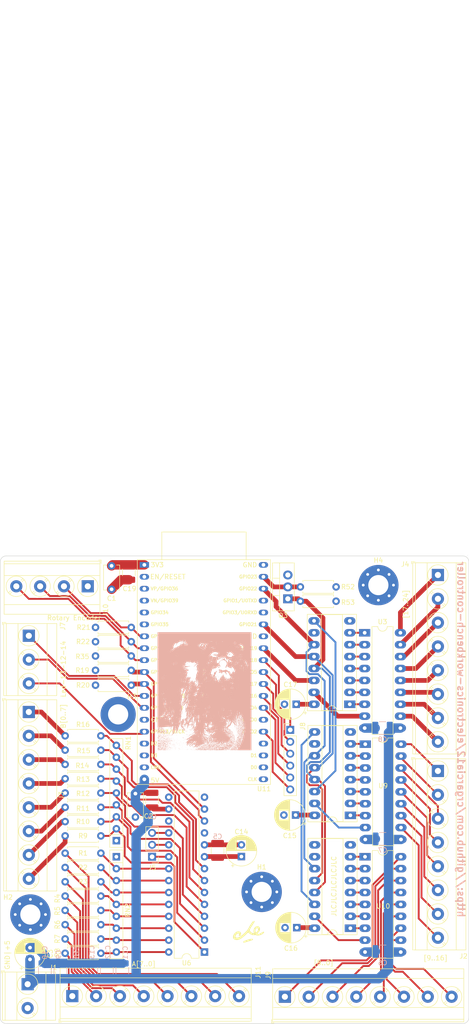
<source format=kicad_pcb>
(kicad_pcb (version 20221018) (generator pcbnew)
  (title_block (title "Workbench controller") (date "2023-05-27"))
  (layers (0 "F.Cu" signal) (1 "In1.Cu" signal) (2 "In2.Cu" signal) (31 "B.Cu" signal) (34 "B.Paste" user) (35 "F.Paste" user) (36 "B.SilkS" user "B.Silkscreen") (37 "F.SilkS" user "F.Silkscreen") (38 "B.Mask" user) (39 "F.Mask" user) (44 "Edge.Cuts" user))
  (net 0 "")
  (net 1 "+3.3V")
  (net 2 "GND")
  (net 5 "Net-(J2-Pin_1)")
  (net 6 "Net-(J2-Pin_2)")
  (net 7 "Net-(J2-Pin_3)")
  (net 8 "Net-(J2-Pin_4)")
  (net 9 "Net-(J2-Pin_5)")
  (net 10 "Net-(J2-Pin_6)")
  (net 11 "Net-(J2-Pin_7)")
  (net 12 "Net-(J2-Pin_8)")
  (net 13 "Net-(J4-Pin_1)")
  (net 14 "Net-(J4-Pin_2)")
  (net 15 "Net-(J4-Pin_3)")
  (net 16 "Net-(J4-Pin_4)")
  (net 17 "Net-(J4-Pin_5)")
  (net 18 "Net-(J4-Pin_6)")
  (net 19 "Net-(J4-Pin_7)")
  (net 20 "Net-(J4-Pin_8)")
  (net 21 "+5V")
  (net 22 "Net-(U2-QH')")
  (net 23 "Net-(J9-Pin_1)")
  (net 24 "Net-(J9-Pin_2)")
  (net 25 "Net-(J9-Pin_3)")
  (net 26 "Net-(J9-Pin_4)")
  (net 27 "Net-(J9-Pin_5)")
  (net 28 "Net-(J9-Pin_6)")
  (net 29 "Net-(J9-Pin_7)")
  (net 30 "Net-(J9-Pin_8)")
  (net 31 "/Chan2")
  (net 32 "/Chan3")
  (net 33 "/Chan4")
  (net 34 "/Chan5")
  (net 35 "/Chan6")
  (net 36 "/Chan7")
  (net 37 "/Chan8")
  (net 38 "/Chan1")
  (net 39 "/Chan18")
  (net 40 "/Chan20")
  (net 41 "/Chan21")
  (net 42 "/Chan22")
  (net 43 "/Chan23")
  (net 44 "/Chan24")
  (net 46 "Net-(U4-SER)")
  (net 47 "/Chan17")
  (net 48 "/Chan10")
  (net 49 "/Chan11")
  (net 50 "/Chan12")
  (net 51 "/Chan13")
  (net 52 "/Chan14")
  (net 53 "/Chan15")
  (net 54 "/Chan16")
  (net 55 "/Chan9")
  (net 56 "Net-(J10-Pin_3)")
  (net 57 "/Chan19")
  (net 58 "Net-(J11-Pin_1)")
  (net 59 "Net-(J11-Pin_3)")
  (net 60 "Net-(J11-Pin_4)")
  (net 61 "Net-(J11-Pin_5)")
  (net 62 "Net-(J11-Pin_6)")
  (net 63 "Net-(J11-Pin_7)")
  (net 64 "Net-(J11-Pin_8)")
  (net 65 "Net-(Q3-D)")
  (net 66 "Net-(Q3-G)")
  (net 67 "Net-(RN2-R1)")
  (net 68 "Net-(U11-GPIO19)")
  (net 81 "Net-(J11-Pin_2)")
  (net 82 "Net-(RN2-R6)")
  (net 83 "Net-(RN2-R7)")
  (net 84 "Net-(RN2-R8)")
  (net 85 "Net-(RN1-R1)")
  (net 86 "Net-(RN1-R2)")
  (net 87 "Net-(RN1-R3)")
  (net 88 "Net-(RN1-R4)")
  (net 89 "Net-(RN1-R5)")
  (net 90 "Net-(RN2-R2)")
  (net 91 "Net-(RN2-R3)")
  (net 92 "Net-(RN2-R4)")
  (net 93 "Net-(RN2-R5)")
  (net 94 "Net-(RN1-R8)")
  (net 95 "Net-(RN1-R7)")
  (net 96 "Net-(RN1-R6)")
  (net 97 "Net-(J3-Pin_8)")
  (net 98 "Net-(J3-Pin_7)")
  (net 99 "Net-(J3-Pin_6)")
  (net 100 "Net-(J3-Pin_5)")
  (net 101 "Net-(J3-Pin_4)")
  (net 102 "Net-(J3-Pin_3)")
  (net 103 "Net-(J3-Pin_2)")
  (net 104 "Net-(J3-Pin_1)")
  (net 105 "Net-(J5-Pin_1)")
  (net 106 "Net-(J5-Pin_2)")
  (net 107 "Net-(J5-Pin_3)")
  (net 108 "Net-(U11-DAC_2{slash}ADC2_CH9{slash}GPIO26)")
  (net 109 "Net-(U11-ADC2_CH7{slash}GPIO27)")
  (net 110 "Net-(J10-Pin_2)")
  (net 111 "Net-(J8-Pin_1)")
  (net 112 "Net-(J8-Pin_2)")
  (net 113 "Net-(J8-Pin_3)")
  (net 114 "Net-(J8-Pin_4)")
  (net 115 "Net-(J8-Pin_5)")
  (net 116 "Net-(J8-Pin_6)")
  (net 122 "Net-(U11-GPIO22)")
  (net 123 "Net-(U11-GPIO21)")
  (net 124 "Net-(J10-Pin_4)")
  (net 125 "Net-(J7-Pin_3)")
  (net 126 "Net-(J7-Pin_2)")
  (net 127 "Net-(J7-Pin_1)")
  (footprint "Resistor_THT:R_Axial_DIN0207_L6.3mm_D2.5mm_P7.62mm_Horizontal" (layer "F.Cu") (at 165.989 54.737 180)
    (fp_text reference "R53")
    (fp_text value "10k")
  )
  (footprint "Resistor_THT:R_Axial_DIN0207_L6.3mm_D2.5mm_P7.62mm_Horizontal" (layer "F.Cu") (at 115.824 108.458 180)
    (fp_text reference "R1")
    (fp_text value "R")
  )
  (footprint "Resistor_THT:R_Axial_DIN0207_L6.3mm_D2.5mm_P7.62mm_Horizontal" (layer "F.Cu") (at 158.369 51.689)
    (fp_text reference "R52")
    (fp_text value "10k")
  )
  (footprint "Resistor_THT:R_Axial_DIN0207_L6.3mm_D2.5mm_P7.62mm_Horizontal" (layer "F.Cu") (at 114.681 69.469)
    (fp_text reference "R19")
    (fp_text value "10kΩ")
  )
  (footprint "Package_DIP:DIP-18_W7.62mm_LongPads" (layer "F.Cu") (at 172.159 109.22)
    (fp_text reference "U10")
    (fp_text value "ULN2803A")
  )
  (footprint "Resistor_THT:R_Axial_DIN0207_L6.3mm_D2.5mm_P7.62mm_Horizontal" (layer "F.Cu") (at 115.824 111.506 180)
    (fp_text reference "R2")
    (fp_text value "R")
  )
  (footprint "Resistor_THT:R_Axial_DIN0207_L6.3mm_D2.5mm_P7.62mm_Horizontal" (layer "F.Cu") (at 114.681 72.644)
    (fp_text reference "R20")
    (fp_text value "10kΩ")
  )
  (footprint "Package_DIP:DIP-16_W7.62mm_Socket_LongPads" (layer "F.Cu") (at 169.037 124.46 180)
    (fp_text reference "U4" hide)
    (fp_text value "74HC595" hide)
  )
  (footprint "Capacitor_SMD:C_1210_3225Metric_Pad1.33x2.70mm_HandSolder" (layer "F.Cu") (at 140.716 107.8615 90)
    (fp_text reference "C5")
    (fp_text value "C")
  )
  (footprint "Capacitor_THT:CP_Radial_D6.3mm_P2.50mm" (layer "F.Cu") (at 157.607 124.333 180)
    (fp_text reference "C16")
    (fp_text value "10uF")
  )
  (footprint "Package_DIP:DIP-16_W7.62mm_Socket_LongPads" (layer "F.Cu") (at 168.91 76.708 180)
    (fp_text reference "U2" hide)
    (fp_text value "74HC595" hide)
  )
  (footprint "Package_DIP:DIP-28_W7.62mm" (layer "F.Cu") (at 137.922 129.54 180)
    (fp_text reference "U6")
    (fp_text value "MCP23017_SP")
  )
  (footprint "TerminalBlock_Phoenix:TerminalBlock_Phoenix_MKDS-3-8-5.08_1x08_P5.08mm_Horizontal" (layer "F.Cu") (at 187.706 90.932 -90)
    (fp_text reference "J2")
    (fp_text value "[9..16]")
  )
  (footprint "TerminalBlock_Phoenix:TerminalBlock_Phoenix_MKDS-3-8-5.08_1x08_P5.08mm_Horizontal" (layer "F.Cu") (at 100.457 78.359 -90)
    (fp_text reference "J3")
    (fp_text value "B[0..7]")
  )
  (footprint "MountingHole:MountingHole_4.3mm_M4_Pad_Via" (layer "F.Cu") (at 175.006 51.308)
    (fp_text reference "H4")
    (fp_text value "MountingHole")
  )
  (footprint "Connector_PinHeader_2.54mm:PinHeader_1x03_P2.54mm_Vertical" (layer "F.Cu") (at 126.746 109.22 180)
    (fp_text reference "J5")
    (fp_text value "Conn_01x03_Socket")
  )
  (footprint "Capacitor_THT:CP_Radial_D6.3mm_P2.50mm" (layer "F.Cu") (at 157.48 76.708 180)
    (fp_text reference "C17")
    (fp_text value "10uF")
  )
  (footprint "Esp:ESP32-DevKitC" (layer "F.Cu") (at 125.095 46.99)
    (fp_text reference "U11")
    (fp_text value "ESP32-DevKitC")
  )
  (footprint "MountingHole:MountingHole_4.3mm_M4_Pad_Via" (layer "F.Cu") (at 100.788 121.539)
    (fp_text reference "H2")
    (fp_text value "MountingHole")
  )
  (footprint "Resistor_THT:R_Axial_DIN0207_L6.3mm_D2.5mm_P7.62mm_Horizontal" (layer "F.Cu") (at 115.824 123.698 180)
    (fp_text reference "R6")
    (fp_text value "R")
  )
  (footprint "MountingHole:MountingHole_4.3mm_M4_DIN965_Pad" (layer "F.Cu") (at 119.507 78.867)
    (fp_text reference "H3")
    (fp_text value "MountingHole")
  )
  (footprint "Capacitor_THT:C_Disc_D5.1mm_W3.2mm_P5.00mm" (layer "F.Cu") (at 123.19 95.758 -90)
    (fp_text reference "C2")
    (fp_text value "C")
  )
  (footprint "TerminalBlock_Phoenix:TerminalBlock_Phoenix_MKDS-3-8-5.08_1x08_P5.08mm_Horizontal" (layer "F.Cu") (at 187.706 49.149 -90)
    (fp_text reference "J4")
    (fp_text value "[17..24]")
  )
  (footprint "Resistor_THT:R_Axial_DIN0207_L6.3mm_D2.5mm_P7.62mm_Horizontal" (layer "F.Cu") (at 115.824 104.775 180)
    (fp_text reference "R9")
    (fp_text value "R")
  )
  (footprint "Resistor_THT:R_Axial_DIN0207_L6.3mm_D2.5mm_P7.62mm_Horizontal" (layer "F.Cu") (at 115.824 92.583 180)
    (fp_text reference "R13")
    (fp_text value "R")
  )
  (footprint "Capacitor_SMD:C_1210_3225Metric_Pad1.33x2.70mm_HandSolder" (layer "F.Cu") (at 126.746 97.155 -90)
    (fp_text reference "C4")
    (fp_text value "C")
  )
  (footprint "Capacitor_SMD:C_1210_3225Metric_Pad1.33x2.70mm_HandSolder" (layer "F.Cu") (at 121.793 48.6025 -90)
    (fp_text reference "C19")
    (fp_text value "C")
  )
  (footprint "Resistor_THT:R_Axial_DIN0207_L6.3mm_D2.5mm_P7.62mm_Horizontal" (layer "F.Cu") (at 115.824 114.554 180)
    (fp_text reference "R3")
    (fp_text value "R")
  )
  (footprint "Resistor_THT:R_Axial_DIN0207_L6.3mm_D2.5mm_P7.62mm_Horizontal" (layer "F.Cu") (at 114.681 63.373)
    (fp_text reference "R22")
    (fp_text value "10k")
  )
  (footprint "Capacitor_THT:CP_Radial_D6.3mm_P2.50mm" (layer "F.Cu") (at 145.796 109.18 90)
    (fp_text reference "C14")
    (fp_text value "10uF")
  )
  (footprint "Resistor_THT:R_Axial_DIN0207_L6.3mm_D2.5mm_P7.62mm_Horizontal" (layer "F.Cu") (at 115.824 95.631 180)
    (fp_text reference "R12")
    (fp_text value "R")
  )
  (footprint "Package_DIP:DIP-16_W7.62mm_Socket_LongPads" (layer "F.Cu") (at 169.037 100.394 180)
    (fp_text reference "U7" hide)
    (fp_text value "74HC595" hide)
  )
  (footprint "Resistor_THT:R_Axial_DIN0207_L6.3mm_D2.5mm_P7.62mm_Horizontal" (layer "F.Cu") (at 115.824 126.746 180)
    (fp_text reference "R7")
    (fp_text value "R")
  )
  (footprint "Package_TO_SOT_THT:TO-220-3_Vertical" (layer "F.Cu") (at 155.702 54.229 90)
    (fp_text reference "Q3")
    (fp_text value "IRL520")
  )
  (footprint "TerminalBlock_Phoenix:TerminalBlock_Phoenix_MKDS-3-8-5.08_1x08_P5.08mm_Horizontal" (layer "F.Cu") (at 155.067 139.065)
    (fp_text reference "J9")
    (fp_text value "[8..0]")
  )
  (footprint "Package_DIP:DIP-18_W7.62mm_LongPads" (layer "F.Cu") (at 172.085 61.468)
    (fp_text reference "U3")
    (fp_text value "ULN2803A")
  )
  (footprint "Resistor_THT:R_Axial_DIN0207_L6.3mm_D2.5mm_P7.62mm_Horizontal" (layer "F.Cu") (at 115.824 83.439 180)
    (fp_text reference "R16")
    (fp_text value "R")
  )
  (footprint "icons:che" (layer "F.Cu") (at 147.32 125.222)
    (fp_text reference "G***" hide)
    (fp_text value "LOGO" hide)
  )
  (footprint "Resistor_THT:R_Axial_DIN0207_L6.3mm_D2.5mm_P7.62mm_Horizontal" (layer "F.Cu") (at 115.824 98.679 180)
    (fp_text reference "R11")
    (fp_text value "R")
  )
  (footprint "TerminalBlock_Phoenix:TerminalBlock_Phoenix_MKDS-3-8-5.08_1x08_P5.08mm_Horizontal" (layer "F.Cu") (at 109.728 138.938)
    (fp_text reference "J11")
    (fp_text value "A[7..0]")
  )
  (footprint "MountingHole:MountingHole_4.3mm_M4_Pad_Via" (layer "F.Cu") (at 150.1196 116.7186)
    (fp_text reference "H1")
    (fp_text value "MountingHole")
  )
  (footprint "Resistor_THT:R_Axial_DIN0207_L6.3mm_D2.5mm_P7.62mm_Horizontal" (layer "F.Cu") (at 114.681 66.421)
    (fp_text reference "R35")
    (fp_text value "10k")
  )
  (footprint "TerminalBlock_Phoenix:TerminalBlock_Phoenix_MKDS-3-3-5.08_1x03_P5.08mm_Horizontal" (layer "F.Cu") (at 100.457 62.103 -90)
    (fp_text reference "J7")
    (fp_text value "Led-13-12-14")
  )
  (footprint "Resistor_THT:R_Axial_DIN0207_L6.3mm_D2.5mm_P7.62mm_Horizontal" (layer "F.Cu") (at 115.824 117.602 180)
    (fp_text reference "R4")
    (fp_text value "R")
  )
  (footprint "Capacitor_THT:CP_Radial_D6.3mm_P2.50mm" (layer "F.Cu") (at 100.711 131.1034 90)
    (fp_text reference "C3")
    (fp_text value "10uF")
  )
  (footprint "Resistor_THT:R_Axial_DIN0207_L6.3mm_D2.5mm_P7.62mm_Horizontal" (layer "F.Cu") (at 114.681 60.325)
    (fp_text reference "R21")
    (fp_text value "10k")
  )
  (footprint "Package_DIP:DIP-18_W7.62mm_LongPads" (layer "F.Cu") (at 172.212 85.217)
    (fp_text reference "U9")
    (fp_text value "ULN2803A")
  )
  (footprint "Capacitor_THT:C_Disc_D5.1mm_W3.2mm_P5.00mm" (layer "F.Cu") (at 118.11 47.197 -90)
    (fp_text reference "C1")
    (fp_text value "C")
  )
  (footprint "Resistor_THT:R_Axial_DIN0207_L6.3mm_D2.5mm_P7.62mm_Horizontal" (layer "F.Cu") (at 115.824 101.727 180)
    (fp_text reference "R10")
    (fp_text value "R")
  )
  (footprint "Resistor_THT:R_Axial_DIN0207_L6.3mm_D2.5mm_P7.62mm_Horizontal" (layer "F.Cu") (at 115.824 120.65 180)
    (fp_text reference "R5")
    (fp_text value "R")
  )
  (footprint "TerminalBlock_Phoenix:TerminalBlock_Phoenix_MKDS-3-4-5.08_1x04_P5.08mm_Horizontal" (layer "F.Cu") (at 113.03 51.562 180)
    (fp_text reference "J10")
    (fp_text value "Rotary Encoder")
  )
  (footprint "Resistor_THT:R_Axial_DIN0207_L6.3mm_D2.5mm_P7.62mm_Horizontal" (layer "F.Cu") (at 115.824 86.487 180)
    (fp_text reference "R15")
    (fp_text value "R")
  )
  (footprint "Resistor_THT:R_Axial_DIN0207_L6.3mm_D2.5mm_P7.62mm_Horizontal" (layer "F.Cu") (at 115.824 89.535 180)
    (fp_text reference "R14")
    (fp_text value "R")
  )
  (footprint "TerminalBlock_Phoenix:TerminalBlock_Phoenix_MKDS-3-2-5.08_1x02_P5.08mm_Horizontal" (layer "F.Cu") (at 100.203 136.398 -90)
    (fp_text reference "J1")
    (fp_text value "GND|+5")
  )
  (footprint "Connector_PinHeader_2.54mm:PinHeader_1x06_P2.54mm_Vertical" (layer "F.Cu") (at 156.21 82.169)
    (fp_text reference "J8")
    (fp_text value "Conn_01x06_Socket")
  )
  (footprint "Resistor_THT:R_Array_SIP9" (layer "F.Cu") (at 119.126 105.791 90)
    (fp_text reference "RN1")
    (fp_text value "R_Network08")
  )
  (footprint "Resistor_THT:R_Array_SIP9" (layer "F.Cu") (at 119.126 109.22 -90)
    (fp_text reference "RN2")
    (fp_text value "R_Network08")
  )
  (footprint "Resistor_THT:R_Axial_DIN0207_L6.3mm_D2.5mm_P7.62mm_Horizontal" (layer "F.Cu") (at 115.824 129.794 180)
    (fp_text reference "R8")
    (fp_text value "R" hide)
  )
  (footprint "Capacitor_THT:CP_Radial_D6.3mm_P2.50mm" (layer "F.Cu") (at 157.353 100.33 180)
    (fp_text reference "C15")
    (fp_text value "10uF")
  )
  (footprint "Capacitor_SMD:C_1210_3225Metric_Pad1.33x2.70mm_HandSolder" (layer "B.Cu") (at 110.49 133.5155 90)
    (fp_text reference "C18")
    (fp_text value "C")
  )
  (footprint "Capacitor_SMD:C_1210_3225Metric_Pad1.33x2.70mm_HandSolder" (layer "B.Cu") (at 113.792 133.5155 90)
    (fp_text reference "C13")
    (fp_text value "C")
  )
  (footprint "Capacitor_SMD:C_1210_3225Metric_Pad1.33x2.70mm_HandSolder" (layer "B.Cu") (at 120.396 133.5155 90)
    (fp_text reference "C11")
    (fp_text value "C")
  )
  (footprint "Capacitor_SMD:C_1210_3225Metric_Pad1.33x2.70mm_HandSolder" (layer "B.Cu") (at 117.094 133.5155 90)
    (fp_text reference "C12")
    (fp_text value "C")
  )
  (footprint "Capacitor_SMD:C_1210_3225Metric_Pad1.33x2.70mm_HandSolder" (layer "B.Cu") (at 103.886 133.5155 90)
    (fp_text reference "C10")
    (fp_text value "C")
  )
  (footprint "icons:depsi" (layer "B.Cu") (at 137.922 73.914 180)
    (fp_text reference "G***")
    (fp_text value "LOGO" hide)
  )
  (footprint "Capacitor_SMD:C_1210_3225Metric_Pad1.33x2.70mm_HandSolder" (layer "B.Cu") (at 107.188 133.5155 90)
    (fp_text reference "C9")
    (fp_text value "C")
  )
  (footprint "Capacitor_SMD:C_1210_3225Metric_Pad1.33x2.70mm_HandSolder" (layer "B.Cu") (at 175.895 81.788)
    (fp_text reference "C8")
    (fp_text value "C")
  )
  (footprint "Capacitor_SMD:C_1210_3225Metric_Pad1.33x2.70mm_HandSolder" (layer "B.Cu") (at 175.9335 129.413)
    (fp_text reference "C6")
    (fp_text value "C")
  )
  (footprint "Capacitor_SMD:C_1210_3225Metric_Pad1.33x2.70mm_HandSolder" (layer "B.Cu") (at 175.9335 105.41)
    (fp_text reference "C7")
    (fp_text value "C")
  )
  (gr_line (start 95.631 144.78) (end 193.04 144.78) (stroke (width 0.1)) (layer "Edge.Cuts"))
  (gr_line (start 194.056 44.958) (end 194.056 44.958) (stroke (width 0.1)) (layer "Edge.Cuts"))
  (gr_arc (start 193.04 45.085) (mid 193.938026 45.456974) (end 194.31 46.355) (stroke (width 0.1)) (layer "Edge.Cuts"))
  (gr_line (start 194.31 143.51) (end 194.31 46.355) (stroke (width 0.1)) (layer "Edge.Cuts"))
  (gr_arc (start 194.31 143.51) (mid 193.938026 144.408026) (end 193.04 144.78) (stroke (width 0.1)) (layer "Edge.Cuts"))
  (gr_line (start 94.361 46.355) (end 94.361 143.51) (stroke (width 0.1)) (layer "Edge.Cuts"))
  (gr_arc (start 94.361 46.355) (mid 94.732974 45.456974) (end 95.631 45.085) (stroke (width 0.1)) (layer "Edge.Cuts"))
  (gr_arc (start 95.631 144.78) (mid 94.732974 144.408026) (end 94.361 143.51) (stroke (width 0.1)) (layer "Edge.Cuts"))
  (gr_line (start 95.631 45.085) (end 193.04 45.085) (stroke (width 0.1)) (layer "Edge.Cuts"))
  (gr_text "https://github.com/crgarcia12/electronics-workbench-controller" (at 191.77 122.301 -90) (layer "B.SilkS") (effects (font (size 1.5 1.5) (thickness 0.3) bold) (justify left bottom mirror)))
  (gr_text "JLCJLCJLCJLCJLC" (at 166.116 122.047 90) (layer "F.SilkS") (effects (font (size 1 1)) (justify left bottom)))
  (segment (start 161.353 100.33) (end 161.417 100.394) (width 1) (layer "F.Cu") (net 1))
  (segment (start 161.29 124.333) (end 161.417 124.46) (width 1) (layer "F.Cu") (net 1))
  (segment (start 137.962 109.18) (end 137.922 109.22) (width 1) (layer "F.Cu") (net 1))
  (segment (start 125.095 46.99) (end 118.317 46.99) (width 2) (layer "F.Cu") (net 1))
  (segment (start 157.48 76.708) (end 161.29 76.708) (width 1) (layer "F.Cu") (net 1))
  (segment (start 145.796 109.18) (end 137.962 109.18) (width 1) (layer "F.Cu") (net 1))
  (segment (start 157.607 124.333) (end 161.29 124.333) (width 1) (layer "F.Cu") (net 1))
  (segment (start 157.48 100.33) (end 161.353 100.33) (width 1) (layer "F.Cu") (net 1))
  (segment (start 118.317 46.99) (end 118.11 47.197) (width 2) (layer "F.Cu") (net 1))
  (segment (start 118.11 52.197) (end 120.142 50.165) (width 2) (layer "F.Cu") (net 2))
  (segment (start 120.142 50.165) (end 121.793 50.165) (width 2) (layer "F.Cu") (net 2))
  (segment (start 145.796 106.68) (end 137.922 106.68) (width 1) (layer "F.Cu") (net 2))
  (segment (start 127.088 99.06) (end 126.746 98.7175) (width 1) (layer "F.Cu") (net 2))
  (segment (start 130.302 99.06) (end 127.088 99.06) (width 1) (layer "F.Cu") (net 2))
  (segment (start 110.49 131.953) (end 107.188 131.953) (width 2) (layer "B.Cu") (net 2))
  (segment (start 100.711 128.603) (end 102.211 128.603) (width 2) (layer "B.Cu") (net 2))
  (segment (start 103.886 130.278) (end 103.886 131.953) (width 2) (layer "B.Cu") (net 2))
  (segment (start 174.244 129.54) (end 174.371 129.413) (width 2) (layer "B.Cu") (net 2))
  (segment (start 172.159 129.54) (end 174.244 129.54) (width 2) (layer "B.Cu") (net 2))
  (segment (start 120.396 131.953) (end 117.094 131.953) (width 2) (layer "B.Cu") (net 2))
  (segment (start 172.212 105.537) (end 174.244 105.537) (width 2) (layer "B.Cu") (net 2))
  (segment (start 172.085 81.788) (end 174.332 81.788) (width 2) (layer "B.Cu") (net 2))
  (segment (start 174.244 105.537) (end 174.371 105.41) (width 2) (layer "B.Cu") (net 2))
  (segment (start 117.094 131.953) (end 113.792 131.953) (width 2) (layer "B.Cu") (net 2))
  (segment (start 102.211 128.603) (end 103.886 130.278) (width 2) (layer "B.Cu") (net 2))
  (segment (start 113.792 131.953) (end 110.49 131.953) (width 2) (layer "B.Cu") (net 2))
  (segment (start 174.332 81.788) (end 174.3325 81.788) (width 0.25) (layer "B.Cu") (net 2))
  (segment (start 100.711 128.6034) (end 100.711 128.603) (width 0.25) (layer "B.Cu") (net 2))
  (segment (start 107.188 131.953) (end 103.886 131.953) (width 2) (layer "B.Cu") (net 2))
  (segment (start 179.832 85.217) (end 181.991 85.217) (width 0.4) (layer "F.Cu") (net 5))
  (segment (start 181.991 85.217) (end 187.706 90.932) (width 0.4) (layer "F.Cu") (net 5))
  (segment (start 179.832 87.757) (end 179.832 88.138) (width 0.4) (layer "F.Cu") (net 6))
  (segment (start 179.832 88.138) (end 187.706 96.012) (width 0.4) (layer "F.Cu") (net 6))
  (segment (start 179.832 90.542164) (end 187.706 98.416164) (width 0.4) (layer "F.Cu") (net 7))
  (segment (start 187.706 98.416164) (end 187.706 101.092) (width 0.4) (layer "F.Cu") (net 7))
  (segment (start 179.832 90.297) (end 179.832 90.542164) (width 0.4) (layer "F.Cu") (net 7))
  (segment (start 179.832 92.837) (end 186.006 99.011) (width 0.4) (layer "F.Cu") (net 8))
  (segment (start 186.006 99.011) (end 186.006 104.472) (width 0.4) (layer "F.Cu") (net 8))
  (segment (start 186.006 104.472) (end 187.706 106.172) (width 0.4) (layer "F.Cu") (net 8))
  (segment (start 185.406 100.951) (end 185.406 108.952) (width 0.4) (layer "F.Cu") (net 9))
  (segment (start 185.406 108.952) (end 187.706 111.252) (width 0.4) (layer "F.Cu") (net 9))
  (segment (start 179.832 95.377) (end 185.406 100.951) (width 0.4) (layer "F.Cu") (net 9))
  (segment (start 179.832 97.917) (end 184.806 102.891) (width 0.4) (layer "F.Cu") (net 10))
  (segment (start 184.806 102.891) (end 184.806 113.432) (width 0.4) (layer "F.Cu") (net 10))
  (segment (start 184.806 113.432) (end 187.706 116.332) (width 0.4) (layer "F.Cu") (net 10))
  (segment (start 184.206 104.831) (end 184.206 117.912) (width 0.4) (layer "F.Cu") (net 11))
  (segment (start 184.206 117.912) (end 187.706 121.412) (width 0.4) (layer "F.Cu") (net 11))
  (segment (start 179.832 100.457) (end 184.206 104.831) (width 0.4) (layer "F.Cu") (net 11))
  (segment (start 179.832 102.997) (end 183.606 106.771) (width 0.4) (layer "F.Cu") (net 12))
  (segment (start 183.606 122.392) (end 187.706 126.492) (width 0.4) (layer "F.Cu") (net 12))
  (segment (start 183.606 106.771) (end 183.606 122.392) (width 0.4) (layer "F.Cu") (net 12))
  (segment (start 179.705 61.468) (end 179.705 57.15) (width 1) (layer "F.Cu") (net 13))
  (segment (start 179.705 57.15) (end 187.706 49.149) (width 1) (layer "F.Cu") (net 13))
  (segment (start 179.705 64.008) (end 187.706 56.007) (width 1) (layer "F.Cu") (net 14))
  (segment (start 187.706 56.007) (end 187.706 54.229) (width 1) (layer "F.Cu") (net 14))
  (segment (start 180.467 66.548) (end 187.706 59.309) (width 1) (layer "F.Cu") (net 15))
  (segment (start 179.705 66.548) (end 180.467 66.548) (width 1) (layer "F.Cu") (net 15))
  (segment (start 179.705 69.088) (end 183.007 69.088) (width 1) (layer "F.Cu") (net 16))
  (segment (start 183.007 69.088) (end 187.706 64.389) (width 1) (layer "F.Cu") (net 16))
  (segment (start 179.705 71.628) (end 185.547 71.628) (width 1) (layer "F.Cu") (net 17))
  (segment (start 185.547 71.628) (end 187.706 69.469) (width 1) (layer "F.Cu") (net 17))
  (segment (start 179.705 74.168) (end 187.325 74.168) (width 1) (layer "F.Cu") (net 18))
  (segment (start 187.325 74.168) (end 187.706 74.549) (width 1) (layer "F.Cu") (net 18))
  (segment (start 184.785 76.708) (end 187.706 79.629) (width 1) (layer "F.Cu") (net 19))
  (segment (start 179.705 76.708) (end 184.785 76.708) (width 1) (layer "F.Cu") (net 19))
  (segment (start 182.245 79.248) (end 187.706 84.709) (width 1) (layer "F.Cu") (net 20))
  (segment (start 179.705 79.248) (end 182.245 79.248) (width 1) (layer "F.Cu") (net 20))
  (segment (start 123.356 95.5925) (end 123.19 95.758) (width 1) (layer "F.Cu") (net 21))
  (segment (start 126.746 95.5925) (end 123.356 95.5925) (width 1) (layer "F.Cu") (net 21))
  (segment (start 100.711 135.89) (end 100.203 136.398) (width 2) (layer "B.Cu") (net 21))
  (segment (start 103.886 135.078) (end 103.886 135.225) (width 0.25) (layer "B.Cu") (net 21))
  (segment (start 125.095 93.853) (end 123.19 95.758) (width 2) (layer "B.Cu") (net 21))
  (segment (start 177.4575 81.788) (end 177.4576 81.788) (width 0.25) (layer "B.Cu") (net 21))
  (segment (start 123.349 104.638) (end 123.349 135.003) (width 2) (layer "B.Cu") (net 21))
  (segment (start 177.165 105.537) (end 177.165 82.804) (width 2) (layer "B.Cu") (net 21))
  (segment (start 100.965 136.398) (end 102.138 135.225) (width 2) (layer "B.Cu") (net 21))
  (segment (start 179.832 105.537) (end 177.623 105.537) (width 2) (layer "B.Cu") (net 21))
  (segment (start 123.19 95.758) (end 123.19 97.6849) (width 2) (layer "B.Cu") (net 21))
  (segment (start 178.181 81.788) (end 179.705 81.788) (width 2) (layer "B.Cu") (net 21))
  (segment (start 100.838 136.525) (end 102.138 135.225) (width 2) (layer "B.Cu") (net 21))
  (segment (start 120.396 135.215) (end 120.396 135.078) (width 0.25) (layer "B.Cu") (net 21))
  (segment (start 177.623 105.537) (end 177.165 105.537) (width 2) (layer "B.Cu") (net 21))
  (segment (start 177.292 129.54) (end 177.165 129.667) (width 2) (layer "B.Cu") (net 21))
  (segment (start 177.165 133.143) (end 177.165 129.667) (width 2) (layer "B.Cu") (net 21))
  (segment (start 177.8193 82.1497) (end 178.181 81.788) (width 2) (layer "B.Cu") (net 21))
  (segment (start 117.1067 135.225) (end 117.094 135.2123) (width 0.25) (layer "B.Cu") (net 21))
  (segment (start 177.165 129.667) (end 177.165 105.537) (width 2) (layer "B.Cu") (net 21))
  (segment (start 177.623 105.537) (end 177.496 105.41) (width 0.25) (layer "B.Cu") (net 21))
  (segment (start 125.897 102.09) (end 123.349 104.638) (width 2) (layer "B.Cu") (net 21))
  (segment (start 177.623 129.54) (end 177.496 129.413) (width 0.25) (layer "B.Cu") (net 21))
  (segment (start 177.165 82.804) (end 177.8193 82.1497) (width 2) (layer "B.Cu") (net 21))
  (segment (start 113.8073 135.225) (end 113.792 135.2097) (width 0.25) (layer "B.Cu") (net 21))
  (segment (start 100.711 131.1034) (end 100.711 135.89) (width 2) (layer "B.Cu") (net 21))
  (segment (start 103.886 135.225) (end 107.188 135.225) (width 2) (layer "B.Cu") (net 21))
  (segment (start 117.094 135.2123) (end 117.094 135.078) (width 0.25) (layer "B.Cu") (net 21))
  (segment (start 120.406 135.225) (end 123.571 135.225) (width 2) (layer "B.Cu") (net 21))
  (segment (start 120.406 135.225) (end 120.396 135.215) (width 0.25) (layer "B.Cu") (net 21))
  (segment (start 107.188 135.078) (end 107.188 135.225) (width 0.25) (layer "B.Cu") (net 21))
  (segment (start 177.4576 81.788) (end 177.8193 82.1497) (width 0.25) (layer "B.Cu") (net 21))
  (segment (start 177.623 129.54) (end 177.292 129.54) (width 2) (layer "B.Cu") (net 21))
  (segment (start 102.138 135.225) (end 103.886 135.225) (width 2) (layer "B.Cu") (net 21))
  (segment (start 125.897 100.392) (end 125.897 102.09) (width 2) (layer "B.Cu") (net 21))
  (segment (start 113.792 135.2097) (end 113.792 135.078) (width 0.25) (layer "B.Cu") (net 21))
  (segment (start 125.095 92.71) (end 125.095 93.853) (width 2) (layer "B.Cu") (net 21))
  (segment (start 107.188 135.225) (end 110.5028 135.225) (width 2) (layer "B.Cu") (net 21))
  (segment (start 179.779 129.54) (end 177.623 129.54) (width 2) (layer "B.Cu") (net 21))
  (segment (start 110.49 135.2122) (end 110.49 135.078) (width 0.25) (layer "B.Cu") (net 21))
  (segment (start 123.571 135.225) (end 175.083 135.225) (width 2) (layer "B.Cu") (net 21))
  (segment (start 110.5028 135.225) (end 110.49 135.2122) (width 0.25) (layer "B.Cu") (net 21))
  (segment (start 110.5028 135.225) (end 113.8073 135.225) (width 2) (layer "B.Cu") (net 21))
  (segment (start 100.711 136.398) (end 100.838 136.525) (width 2) (layer "B.Cu") (net 21))
  (segment (start 123.349 135.003) (end 123.571 135.225) (width 2) (layer "B.Cu") (net 21))
  (segment (start 113.8073 135.225) (end 117.1067 135.225) (width 2) (layer "B.Cu") (net 21))
  (segment (start 100.203 136.398) (end 100.965 136.398) (width 2) (layer "B.Cu") (net 21))
  (segment (start 175.083 135.225) (end 177.165 133.143) (width 2) (layer "B.Cu") (net 21))
  (segment (start 123.19 97.6849) (end 125.897 100.392) (width 2) (layer "B.Cu") (net 21))
  (segment (start 117.1067 135.225) (end 120.406 135.225) (width 2) (layer "B.Cu") (net 21))
  (segment (start 100.711 131.1034) (end 100.711 136.398) (width 2) (layer "B.Cu") (net 21))
  (segment (start 165.862 63.5) (end 165.862 90.869) (width 0.4) (layer "B.Cu") (net 22))
  (segment (start 161.29 58.928) (end 165.862 63.5) (width 0.4) (layer "B.Cu") (net 22))
  (segment (start 165.862 90.869) (end 161.417 95.314) (width 0.4) (layer "B.Cu") (net 22))
  (segment (start 162.814 131.318) (end 172.478056 131.318) (width 0.4) (layer "F.Cu") (net 23))
  (segment (start 172.478056 131.318) (end 173.759 130.037056) (width 0.4) (layer "F.Cu") (net 23))
  (segment (start 155.067 139.065) (end 162.814 131.318) (width 0.4) (layer "F.Cu") (net 23))
  (segment (start 173.759 130.037056) (end 173.759 115.24) (width 0.4) (layer "F.Cu") (net 23))
  (segment (start 173.759 115.24) (end 179.779 109.22) (width 0.4) (layer "F.Cu") (net 23))
  (segment (start 174.359 115.488528) (end 178.087528 111.76) (width 0.4) (layer "F.Cu") (net 24))
  (segment (start 172.726584 131.918) (end 174.359 130.285584) (width 0.4) (layer "F.Cu") (net 24))
  (segment (start 160.147 139.065) (end 167.294 131.918) (width 0.4) (layer "F.Cu") (net 24))
  (segment (start 178.087528 111.76) (end 179.779 111.76) (width 0.4) (layer "F.Cu") (net 24))
  (segment (start 174.359 130.285584) (end 174.359 115.488528) (width 0.4) (layer "F.Cu") (net 24))
  (segment (start 167.294 131.918) (end 172.726584 131.918) (width 0.4) (layer "F.Cu") (net 24))
  (segment (start 172.975112 132.518) (end 174.959 130.534112) (width 0.4) (layer "F.Cu") (net 25))
  (segment (start 165.227 139.065) (end 171.774 132.518) (width 0.4) (layer "F.Cu") (net 25))
  (segment (start 171.774 132.518) (end 172.975112 132.518) (width 0.4) (layer "F.Cu") (net 25))
  (segment (start 177.038 114.3) (end 179.779 114.3) (width 0.4) (layer "F.Cu") (net 25))
  (segment (start 174.959 130.534112) (end 174.959 116.379) (width 0.4) (layer "F.Cu") (net 25))
  (segment (start 174.959 116.379) (end 177.038 114.3) (width 0.4) (layer "F.Cu") (net 25))
  (segment (start 175.559 133.813) (end 175.559 118.7) (width 0.4) (layer "F.Cu") (net 26))
  (segment (start 177.419 116.84) (end 179.779 116.84) (width 0.4) (layer "F.Cu") (net 26))
  (segment (start 170.307 139.065) (end 175.559 133.813) (width 0.4) (layer "F.Cu") (net 26))
  (segment (start 175.559 118.7) (end 177.419 116.84) (width 0.4) (layer "F.Cu") (net 26))
  (segment (start 178.064 119.38) (end 176.159 121.285) (width 0.4) (layer "F.Cu") (net 27))
  (segment (start 176.159 138.293) (end 176.159 121.285) (width 0.4) (layer "F.Cu") (net 27))
  (segment (start 175.387 139.065) (end 176.159 138.293) (width 0.4) (layer "F.Cu") (net 27))
  (segment (start 179.779 119.38) (end 178.064 119.38) (width 0.4) (layer "F.Cu") (net 27))
  (segment (start 176.759 123.469) (end 178.308 121.92) (width 0.4) (layer "F.Cu") (net 28))
  (segment (start 180.467 139.065) (end 176.759 135.357) (width 0.4) (layer "F.Cu") (net 28))
  (segment (start 178.308 121.92) (end 179.779 121.92) (width 0.4) (layer "F.Cu") (net 28))
  (segment (start 176.759 135.357) (end 176.759 123.469) (width 0.4) (layer "F.Cu") (net 28))
  (segment (start 177.359 126.88) (end 179.779 124.46) (width 0.4) (layer "F.Cu") (net 29))
  (segment (start 185.547 139.065) (end 180.213 133.731) (width 0.4) (layer "F.Cu") (net 29))
  (segment (start 180.213 133.731) (end 178.562 133.731) (width 0.4) (layer "F.Cu") (net 29))
  (segment (start 178.562 133.731) (end 177.359 132.528) (width 0.4) (layer "F.Cu") (net 29))
  (segment (start 177.359 132.528) (end 177.359 126.88) (width 0.4) (layer "F.Cu") (net 29))
  (segment (start 179.779 127) (end 178.179 127) (width 0.4) (layer "F.Cu") (net 30))
  (segment (start 177.959 127.22) (end 177.959 132.279472) (width 0.4) (layer "F.Cu") (net 30))
  (segment (start 184.693 133.131) (end 190.627 139.065) (width 0.4) (layer "F.Cu") (net 30))
  (segment (start 177.959 132.279472) (end 178.810528 133.131) (width 0.4) (layer "F.Cu") (net 30))
  (segment (start 178.810528 133.131) (end 184.693 133.131) (width 0.4) (layer "F.Cu") (net 30))
  (segment (start 178.179 127) (end 177.959 127.22) (width 0.4) (layer "F.Cu") (net 30))
  (segment (start 168.91 76.708) (end 172.085 76.708) (width 0.4) (layer "F.Cu") (net 31))
  (segment (start 168.91 74.168) (end 172.085 74.168) (width 0.4) (layer "F.Cu") (net 32))
  (segment (start 168.91 71.628) (end 172.085 71.628) (width 0.4) (layer "F.Cu") (net 33))
  (segment (start 168.91 69.088) (end 172.085 69.088) (width 0.4) (layer "F.Cu") (net 34))
  (segment (start 168.91 66.548) (end 172.085 66.548) (width 0.4) (layer "F.Cu") (net 35))
  (segment (start 168.91 64.008) (end 172.085 64.008) (width 0.4) (layer "F.Cu") (net 36))
  (segment (start 168.91 61.468) (end 172.085 61.468) (width 0.4) (layer "F.Cu") (net 37))
  (segment (start 166.37 79.248) (end 161.29 74.168) (width 1) (layer "F.Cu") (net 38))
  (segment (start 172.085 79.248) (end 166.37 79.248) (width 1) (layer "F.Cu") (net 38))
  (segment (start 169.037 124.46) (end 172.159 124.46) (width 0.4) (layer "F.Cu") (net 39))
  (segment (start 169.037 119.38) (end 172.159 119.38) (width 0.4) (layer "F.Cu") (net 40))
  (segment (start 169.037 116.84) (end 172.159 116.84) (width 0.4) (layer "F.Cu") (net 41))
  (segment (start 169.037 114.3) (end 172.159 114.3) (width 0.4) (layer "F.Cu") (net 42))
  (segment (start 169.037 111.76) (end 172.159 111.76) (width 0.4) (layer "F.Cu") (net 43))
  (segment (start 169.037 109.22) (end 172.159 109.22) (width 0.4) (layer "F.Cu") (net 44))
  (segment (start 158.617 116.58) (end 161.417 119.38) (width 0.4) (layer "B.Cu") (net 46))
  (segment (start 158.617 85.414) (end 158.617 116.58) (width 0.4) (layer "B.Cu") (net 46))
  (segment (start 161.417 82.614) (end 158.617 85.414) (width 0.4) (layer "B.Cu") (net 46))
  (segment (start 172.159 127) (end 166.497 127) (width 0.4) (layer "F.Cu") (net 47))
  (segment (start 166.497 127) (end 161.417 121.92) (width 0.4) (layer "F.Cu") (net 47))
  (segment (start 169.037 100.394) (end 172.149 100.394) (width 0.4) (layer "F.Cu") (net 48))
  (segment (start 172.149 100.394) (end 172.212 100.457) (width 0.4) (layer "F.Cu") (net 48))
  (segment (start 169.037 97.854) (end 172.149 97.854) (width 0.4) (layer "F.Cu") (net 49))
  (segment (start 172.149 97.854) (end 172.212 97.917) (width 0.4) (layer "F.Cu") (net 49))
  (segment (start 172.149 95.314) (end 172.212 95.377) (width 0.4) (layer "F.Cu") (net 50))
  (segment (start 169.037 95.314) (end 172.149 95.314) (width 0.4) (layer "F.Cu") (net 50))
  (segment (start 172.149 92.774) (end 172.212 92.837) (width 0.4) (layer "F.Cu") (net 51))
  (segment (start 169.037 92.774) (end 172.149 92.774) (width 0.4) (layer "F.Cu") (net 51))
  (segment (start 172.149 90.234) (end 172.212 90.297) (width 0.4) (layer "F.Cu") (net 52))
  (segment (start 169.037 90.234) (end 172.149 90.234) (width 0.4) (layer "F.Cu") (net 52))
  (segment (start 169.037 87.694) (end 172.149 87.694) (width 0.4) (layer "F.Cu") (net 53))
  (segment (start 172.149 87.694) (end 172.212 87.757) (width 0.4) (layer "F.Cu") (net 53))
  (segment (start 172.149 85.154) (end 172.212 85.217) (width 0.4) (layer "F.Cu") (net 54))
  (segment (start 169.037 85.154) (end 172.149 85.154) (width 0.4) (layer "F.Cu") (net 54))
  (segment (start 161.417 97.854) (end 166.56 102.997) (width 0.4) (layer "B.Cu") (net 55))
  (segment (start 166.56 102.997) (end 172.212 102.997) (width 0.4) (layer "B.Cu") (net 55))
  (segment (start 123.698 64.77) (end 122.301 63.373) (width 0.4) (layer "F.Cu") (net 56))
  (segment (start 102.87 51.562) (end 104.945264 53.637264) (width 0.4) (layer "F.Cu") (net 56))
  (segment (start 104.945264 53.637264) (end 109.176736 53.637264) (width 0.4) (layer "F.Cu") (net 56))
  (segment (start 113.416472 57.877) (end 116.805 57.877) (width 0.4) (layer "F.Cu") (net 56))
  (segment (start 125.095 64.77) (end 123.698 64.77) (width 0.4) (layer "F.Cu") (net 56))
  (segment (start 116.805 57.877) (end 122.301 63.373) (width 0.4) (layer "F.Cu") (net 56))
  (segment (start 109.176736 53.637264) (end 113.416472 57.877) (width 0.4) (layer "F.Cu") (net 56))
  (segment (start 169.037 121.92) (end 172.159 121.92) (width 0.4) (layer "F.Cu") (net 57))
  (segment (start 108.204 129.794) (end 109.001 130.591) (width 0.4) (layer "F.Cu") (net 58))
  (segment (start 109.001 130.591) (end 109.001 138.211) (width 0.4) (layer "F.Cu") (net 58))
  (segment (start 109.001 138.211) (end 109.728 138.938) (width 0.4) (layer "F.Cu") (net 58))
  (segment (start 113.968 137.238) (end 118.188 137.238) (width 0.4) (layer "F.Cu") (net 59))
  (segment (start 110.201 133.482) (end 113.962 137.244) (width 0.4) (layer "F.Cu") (net 59))
  (segment (start 113.962 137.244) (end 113.968 137.238) (width 0.4) (layer "F.Cu") (net 59))
  (segment (start 118.188 137.238) (end 119.888 138.938) (width 0.4) (layer "F.Cu") (net 59))
  (segment (start 108.204 123.698) (end 110.201 125.695) (width 0.4) (layer "F.Cu") (net 59))
  (segment (start 110.201 125.695) (end 110.201 133.482) (width 0.4) (layer "F.Cu") (net 59))
  (segment (start 108.204 120.65) (end 110.801 123.247) (width 0.4) (layer "F.Cu") (net 60))
  (segment (start 110.801 133.234) (end 114.205 136.638) (width 0.4) (layer "F.Cu") (net 60))
  (segment (start 114.205 136.638) (end 122.668 136.638) (width 0.4) (layer "F.Cu") (net 60))
  (segment (start 122.668 136.638) (end 124.968 138.938) (width 0.4) (layer "F.Cu") (net 60))
  (segment (start 110.801 123.247) (end 110.801 133.234) (width 0.4) (layer "F.Cu") (net 60))
  (segment (start 108.204 117.602) (end 111.401 120.799) (width 0.4) (layer "F.Cu") (net 61))
  (segment (start 111.401 132.985) (end 114.454 136.038) (width 0.4) (layer "F.Cu") (net 61))
  (segment (start 111.401 120.799) (end 111.401 132.985) (width 0.4) (layer "F.Cu") (net 61))
  (segment (start 127.148 136.038) (end 130.048 138.938) (width 0.4) (layer "F.Cu") (net 61))
  (segment (start 114.454 136.038) (end 127.148 136.038) (width 0.4) (layer "F.Cu") (net 61))
  (segment (start 114.702 135.438) (end 131.628 135.438) (width 0.4) (layer "F.Cu") (net 62))
  (segment (start 112.001 118.351) (end 112.001 132.737) (width 0.4) (layer "F.Cu") (net 62))
  (segment (start 108.204 114.554) (end 112.001 118.351) (width 0.4) (layer "F.Cu") (net 62))
  (segment (start 131.628 135.438) (end 135.128 138.938) (width 0.4) (layer "F.Cu") (net 62))
  (segment (start 112.001 132.737) (end 114.702 135.438) (width 0.4) (layer "F.Cu") (net 62))
  (segment (start 108.204 111.506) (end 112.601 115.903) (width 0.4) (layer "F.Cu") (net 63))
  (segment (start 112.601 132.488) (end 114.93 134.817) (width 0.4) (layer "F.Cu") (net 63))
  (segment (start 114.93 134.817) (end 136.087 134.817) (width 0.4) (layer "F.Cu") (net 63))
  (segment (start 136.087 134.817) (end 140.208 138.938) (width 0.4) (layer "F.Cu") (net 63))
  (segment (start 112.601 115.903) (end 112.601 132.488) (width 0.4) (layer "F.Cu") (net 63))
  (segment (start 113.201 113.455) (end 108.204 108.458) (width 0.4) (layer "F.Cu") (net 64))
  (segment (start 113.201 132.24) (end 113.201 113.455) (width 0.4) (layer "F.Cu") (net 64))
  (segment (start 140.567 134.217) (end 115.178 134.217) (width 0.4) (layer "F.Cu") (net 64))
  (segment (start 115.178 134.217) (end 113.201 132.24) (width 0.4) (layer "F.Cu") (net 64))
  (segment (start 145.288 138.938) (end 140.567 134.217) (width 0.4) (layer "F.Cu") (net 64))
  (segment (start 163.617 94.174) (end 163.617 114.64) (width 0.4) (layer "F.Cu") (net 65))
  (segment (start 159.62737 54.737) (end 163.19 58.29963) (width 1) (layer "F.Cu") (net 65))
  (segment (start 163.19 58.29963) (end 163.19 67.188) (width 1) (layer "F.Cu") (net 65))
  (segment (start 158.496 54.737) (end 159.62737 54.737) (width 1) (layer "F.Cu") (net 65))
  (segment (start 155.702 54.229) (end 157.988 54.229) (width 1) (layer "F.Cu") (net 65))
  (segment (start 157.988 54.229) (end 158.496 54.737) (width 1) (layer "F.Cu") (net 65))
  (segment (start 155.702 54.229) (end 157.861 54.229) (width 1) (layer "F.Cu") (net 65))
  (segment (start 161.417 92.774) (end 162.217 92.774) (width 0.4) (layer "F.Cu") (net 65))
  (segment (start 159.62737 54.737) (end 158.369 54.737) (width 1) (layer "F.Cu") (net 65))
  (segment (start 157.861 54.229) (end 158.369 54.737) (width 1) (layer "F.Cu") (net 65))
  (segment (start 162.217 92.774) (end 163.617 94.174) (width 0.4) (layer "F.Cu") (net 65))
  (segment (start 163.617 114.64) (end 161.417 116.84) (width 0.4) (layer "F.Cu") (net 65))
  (segment (start 163.19 67.188) (end 161.29 69.088) (width 1) (layer "F.Cu") (net 65))
  (segment (start 159.817 89.736944) (end 159.817 91.174) (width 0.4) (layer "B.Cu") (net 65))
  (segment (start 162.575472 89.027) (end 160.526944 89.027) (width 0.4) (layer "B.Cu") (net 65))
  (segment (start 161.29 69.088) (end 162.981472 69.088) (width 0.4) (layer "B.Cu") (net 65))
  (segment (start 159.817 91.174) (end 161.417 92.774) (width 0.4) (layer "B.Cu") (net 65))
  (segment (start 160.526944 89.027) (end 159.817 89.736944) (width 0.4) (layer "B.Cu") (net 65))
  (segment (start 164.662 70.768528) (end 164.662 86.940472) (width 0.4) (layer "B.Cu") (net 65))
  (segment (start 164.662 86.940472) (end 162.575472 89.027) (width 0.4) (layer "B.Cu") (net 65))
  (segment (start 162.981472 69.088) (end 164.662 70.768528) (width 0.4) (layer "B.Cu") (net 65))
  (segment (start 150.495 49.53) (end 152.654 51.689) (width 1) (layer "F.Cu") (net 66))
  (segment (start 152.654 51.689) (end 158.369 51.689) (width 1) (layer "F.Cu") (net 66))
  (segment (start 119.126 111.76) (end 130.302 111.76) (width 0.4) (layer "F.Cu") (net 67))
  (segment (start 115.824 108.458) (end 119.126 111.76) (width 0.4) (layer "F.Cu") (net 67))
  (segment (start 157.353 71.628) (end 150.495 64.77) (width 1) (layer "F.Cu") (net 68))
  (segment (start 161.29 71.628) (end 157.353 71.628) (width 1) (layer "F.Cu") (net 68))
  (segment (start 108.204 126.746) (end 109.601 128.143) (width 0.4) (layer "F.Cu") (net 81))
  (segment (start 109.601 128.143) (end 109.601 133.731) (width 0.4) (layer "F.Cu") (net 81))
  (segment (start 109.601 133.731) (end 114.808 138.938) (width 0.4) (layer "F.Cu") (net 81))
  (segment (start 118.364 123.698) (end 119.126 124.46) (width 0.4) (layer "F.Cu") (net 82))
  (segment (start 119.126 124.46) (end 130.302 124.46) (width 0.4) (layer "F.Cu") (net 82))
  (segment (start 115.824 123.698) (end 118.364 123.698) (width 0.4) (layer "F.Cu") (net 82))
  (segment (start 115.824 126.746) (end 118.872 126.746) (width 0.4) (layer "F.Cu") (net 83))
  (segment (start 119.126 127) (end 130.302 127) (width 0.4) (layer "F.Cu") (net 83))
  (segment (start 118.872 126.746) (end 119.126 127) (width 0.4) (layer "F.Cu") (net 83))
  (segment (start 118.872 129.794) (end 119.126 129.54) (width 0.4) (layer "F.Cu") (net 84))
  (segment (start 115.824 129.794) (end 118.872 129.794) (width 0.4) (layer "F.Cu") (net 84))
  (segment (start 119.126 129.54) (end 130.302 129.54) (width 0.4) (layer "F.Cu") (net 84))
  (segment (start 115.824 104.775) (end 117.602 104.775) (width 0.4) (layer "F.Cu") (net 85))
  (segment (start 131.502 111.263) (end 130.729 110.49) (width 0.4) (layer "F.Cu") (net 85))
  (segment (start 137.922 129.54) (end 131.502 123.12) (width 0.4) (layer "F.Cu") (net 85))
  (segment (start 130.729 110.49) (end 122.301 110.49) (width 0.4) (layer "F.Cu") (net 85))
  (segment (start 120.904 109.093) (end 120.904 105.029) (width 0.4) (layer "F.Cu") (net 85))
  (segment (start 120.904 105.029) (end 119.126 103.251) (width 0.4) (layer "F.Cu") (net 85))
  (segment (start 117.602 104.775) (end 119.126 103.251) (width 0.4) (layer "F.Cu") (net 85))
  (segment (start 131.502 123.12) (end 131.502 111.263) (width 0.4) (layer "F.Cu") (net 85))
  (segment (start 122.301 110.49) (end 120.904 109.093) (width 0.4) (layer "F.Cu") (net 85))
  (segment (start 119.126 100.711) (end 121.539 103.124) (width 0.4) (layer "F.Cu") (net 86))
  (segment (start 121.539 103.124) (end 121.539 107.061) (width 0.4) (layer "F.Cu") (net 86))
  (segment (start 118.11 101.727) (end 119.126 100.711) (width 0.4) (layer "F.Cu") (net 86))
  (segment (start 132.102 109.323) (end 132.102 121.18) (width 0.4) (layer "F.Cu") (net 86))
  (segment (start 130.709 107.93) (end 132.102 109.323) (width 0.4) (layer "F.Cu") (net 86))
  (segment (start 132.102 121.18) (end 137.922 127) (width 0.4) (layer "F.Cu") (net 86))
  (segment (start 121.539 107.061) (end 122.408 107.93) (width 0.4) (layer "F.Cu") (net 86))
  (segment (start 122.408 107.93) (end 130.709 107.93) (width 0.4) (layer "F.Cu") (net 86))
  (segment (start 115.824 101.727) (end 118.11 101.727) (width 0.4) (layer "F.Cu") (net 86))
  (segment (start 118.618 98.679) (end 119.126 98.171) (width 0.4) (layer "F.Cu") (net 87))
  (segment (start 137.922 124.46) (end 132.702 119.24) (width 0.4) (layer "F.Cu") (net 87))
  (segment (start 115.824 98.679) (end 118.618 98.679) (width 0.4) (layer "F.Cu") (net 87))
  (segment (start 130.729 105.41) (end 123.317 105.41) (width 0.4) (layer "F.Cu") (net 87))
  (segment (start 132.702 119.24) (end 132.702 107.383) (width 0.4) (layer "F.Cu") (net 87))
  (segment (start 132.702 107.383) (end 130.729 105.41) (width 0.4) (layer "F.Cu") (net 87))
  (segment (start 120.396 101.092) (end 120.396 99.441) (width 0.4) (layer "F.Cu") (net 87))
  (segment (start 123.317 105.41) (end 122.139 104.232) (width 0.4) (layer "F.Cu") (net 87))
  (segment (start 122.139 102.835) (end 120.396 101.092) (width 0.4) (layer "F.Cu") (net 87))
  (segment (start 120.396 99.441) (end 119.126 98.171) (width 0.4) (layer "F.Cu") (net 87))
  (segment (start 122.139 104.232) (end 122.139 102.835) (width 0.4) (layer "F.Cu") (net 87))
  (segment (start 115.824 95.631) (end 119.126 95.631) (width 0.4) (layer "F.Cu") (net 88))
  (segment (start 130.799 102.8) (end 122.993 102.8) (width 0.4) (layer "F.Cu") (net 88))
  (segment (start 119.126 96.4739) (end 119.126 95.631) (width 0.4) (layer "F.Cu") (net 88))
  (segment (start 122.993 102.8) (end 120.996 100.803) (width 0.4) (layer "F.Cu") (net 88))
  (segment (start 133.302 105.303) (end 130.799 102.8) (width 0.4) (layer "F.Cu") (net 88))
  (segment (start 137.922 121.92) (end 133.302 117.3) (width 0.4) (layer "F.Cu") (net 88))
  (segment (start 133.302 117.3) (end 133.302 105.303) (width 0.4) (layer "F.Cu") (net 88))
  (segment (start 120.996 100.803) (end 120.996 98.3439) (width 0.4) (layer "F.Cu") (net 88))
  (segment (start 120.996 98.3439) (end 119.126 96.4739) (width 0.4) (layer "F.Cu") (net 88))
  (segment (start 134.112 102.997) (end 134.112 115.57) (width 0.4) (layer "F.Cu") (net 89))
  (segment (start 118.618 92.583) (end 119.126 93.091) (width 0.4) (layer "F.Cu") (net 89))
  (segment (start 115.824 92.583) (end 118.618 92.583) (width 0.4) (layer "F.Cu") (net 89))
  (segment (start 122.519 98.39) (end 124.459 100.33) (width 0.4) (layer "F.Cu") (net 89))
  (segment (start 121.891 98.39) (end 122.519 98.39) (width 0.4) (layer "F.Cu") (net 89))
  (segment (start 120.326 96.8254) (end 121.891 98.39) (width 0.4) (layer "F.Cu") (net 89))
  (segment (start 134.112 115.57) (end 137.922 119.38) (width 0.4) (layer "F.Cu") (net 89))
  (segment (start 119.126 93.091) (end 120.326 94.291) (width 0.4) (layer "F.Cu") (net 89))
  (segment (start 120.326 94.291) (end 120.326 96.8254) (width 0.4) (layer "F.Cu") (net 89))
  (segment (start 124.459 100.33) (end 131.445 100.33) (width 0.4) (layer "F.Cu") (net 89))
  (segment (start 131.445 100.33) (end 134.112 102.997) (width 0.4) (layer "F.Cu") (net 89))
  (segment (start 119.126 114.3) (end 130.302 114.3) (width 0.4) (layer "F.Cu") (net 90))
  (segment (start 115.824 111.506) (end 118.618 114.3) (width 0.4) (layer "F.Cu") (net 90))
  (segment (start 118.618 114.3) (end 119.126 114.3) (width 0.4) (layer "F.Cu") (net 90))
  (segment (start 115.824 114.554) (end 118.11 116.84) (width 0.4) (layer "F.Cu") (net 91))
  (segment (start 119.126 116.84) (end 130.302 116.84) (width 0.4) (layer "F.Cu") (net 91))
  (segment (start 118.11 116.84) (end 119.126 116.84) (width 0.4) (layer "F.Cu") (net 91))
  (segment (start 119.126 119.38) (end 130.302 119.38) (width 0.4) (layer "F.Cu") (net 92))
  (segment (start 117.348 117.602) (end 119.126 119.38) (width 0.4) (layer "F.Cu") (net 92))
  (segment (start 115.824 117.602) (end 117.348 117.602) (width 0.4) (layer "F.Cu") (net 92))
  (segment (start 119.126 121.92) (end 130.302 121.92) (width 0.4) (layer "F.Cu") (net 93))
  (segment (start 117.856 120.65) (end 119.126 121.92) (width 0.4) (layer "F.Cu") (net 93))
  (segment (start 115.824 120.65) (end 117.856 120.65) (width 0.4) (layer "F.Cu") (net 93))
  (segment (start 122.428 88.773) (end 122.428 92.964) (width 0.4) (layer "F.Cu") (net 94))
  (segment (start 123.248 93.784) (end 130.112 93.784) (width 0.4) (layer "F.Cu") (net 94))
  (segment (start 132.504 97.6197) (end 136.109 101.224) (width 0.4) (layer "F.Cu") (net 94))
  (segment (start 119.126 85.471) (end 122.428 88.773) (width 0.4) (layer "F.Cu") (net 94))
  (segment (start 130.112 93.784) (end 132.504 96.1767) (width 0.4) (layer "F.Cu") (net 94))
  (segment (start 132.504 96.1767) (end 132.504 97.6197) (width 0.4) (layer "F.Cu") (net 94))
  (segment (start 117.094 83.439) (end 119.126 85.471) (width 0.4) (layer "F.Cu") (net 94))
  (segment (start 136.109 101.224) (end 136.109 109.947) (width 0.4) (layer "F.Cu") (net 94))
  (segment (start 136.109 109.947) (end 137.922 111.76) (width 0.4) (layer "F.Cu") (net 94))
  (segment (start 115.824 83.439) (end 117.094 83.439) (width 0.4) (layer "F.Cu") (net 94))
  (segment (start 122.428 92.964) (end 123.248 93.784) (width 0.4) (layer "F.Cu") (net 94))
  (segment (start 119.126 88.011) (end 121.526 90.411) (width 0.4) (layer "F.Cu") (net 95))
  (segment (start 115.824 86.487) (end 117.602 86.487) (width 0.4) (layer "F.Cu") (net 95))
  (segment (start 131.699 96.2199) (end 131.699 97.663) (width 0.4) (layer "F.Cu") (net 95))
  (segment (start 121.526 90.411) (end 121.526 93.101) (width 0.4) (layer "F.Cu") (net 95))
  (segment (start 117.602 86.487) (end 119.126 88.011) (width 0.4) (layer "F.Cu") (net 95))
  (segment (start 135.509 101.473) (end 135.509 111.887) (width 0.4) (layer "F.Cu") (net 95))
  (segment (start 135.509 111.887) (end 137.922 114.3) (width 0.4) (layer "F.Cu") (net 95))
  (segment (start 122.809 94.384) (end 129.863 94.384) (width 0.4) (layer "F.Cu") (net 95))
  (segment (start 121.526 93.101) (end 122.809 94.384) (width 0.4) (layer "F.Cu") (net 95))
  (segment (start 131.699 97.663) (end 135.509 101.473) (width 0.4) (layer "F.Cu") (net 95))
  (segment (start 129.863 94.384) (end 131.699 96.2199) (width 0.4) (layer "F.Cu") (net 95))
  (segment (start 128.27 97.028) (end 121.942 97.028) (width 0.4) (layer "F.Cu") (net 96))
  (segment (start 130.659 97.72) (end 128.962 97.72) (width 0.4) (layer "F.Cu") (net 96))
  (segment (start 121.942 97.028) (end 120.926 96.012) (width 0.4) (layer "F.Cu") (net 96))
  (segment (start 119.126 90.551) (end 120.926 92.351) (width 0.4) (layer "F.Cu") (net 96))
  (segment (start 130.659 97.72) (end 134.712 101.773) (width 0.4) (layer "F.Cu") (net 96))
  (segment (start 115.824 89.535) (end 118.11 89.535) (width 0.4) (layer "F.Cu") (net 96))
  (segment (start 134.712 101.773) (end 134.712 113.63) (width 0.4) (layer "F.Cu") (net 96))
  (segment (start 128.962 97.72) (end 128.27 97.028) (width 0.4) (layer "F.Cu") (net 96))
  (segment (start 120.926 92.351) (end 120.926 96.012) (width 0.4) (layer "F.Cu") (net 96))
  (segment (start 118.11 89.535) (end 119.126 90.551) (width 0.4) (layer "F.Cu") (net 96))
  (segment (start 134.712 113.63) (end 137.922 116.84) (width 0.4) (layer "F.Cu") (net 96))
  (segment (start 108.204 104.775) (end 108.204 106.172) (width 1) (layer "F.Cu") (net 97))
  (segment (start 108.204 106.172) (end 100.457 113.919) (width 1) (layer "F.Cu") (net 97))
  (segment (start 100.457 108.839) (end 107.569 101.727) (width 1) (layer "F.Cu") (net 98))
  (segment (start 107.569 101.727) (end 108.204 101.727) (width 1) (layer "F.Cu") (net 98))
  (segment (start 100.457 103.759) (end 103.124 103.759) (width 1) (layer "F.Cu") (net 99))
  (segment (start 103.124 103.759) (end 108.204 98.679) (width 1) (layer "F.Cu") (net 99))
  (segment (start 105.156 98.679) (end 108.204 95.631) (width 1) (layer "F.Cu") (net 100))
  (segment (start 100.457 98.679) (end 105.156 98.679) (width 1) (layer "F.Cu") (net 100))
  (segment (start 107.188 93.599) (end 108.204 92.583) (width 1) (layer "F.Cu") (net 101))
  (segment (start 100.457 93.599) (end 107.188 93.599) (width 1) (layer "F.Cu") (net 101))
  (segment (start 107.188 88.519) (end 108.204 89.535) (width 1) (layer "F.Cu") (net 102))
  (segment (start 100.457 88.519) (end 107.188 88.519) (width 1) (layer "F.Cu") (net 102))
  (segment (start 105.156 83.439) (end 108.204 86.487) (width 1) (layer "F.Cu") (net 103))
  (segment (start 100.457 83.439) (end 105.156 83.439) (width 1) (layer "F.Cu") (net 103))
  (segment (start 103.124 78.359) (end 108.204 83.439) (width 1) (layer "F.Cu") (net 104))
  (segment (start 100.457 78.359) (end 103.124 78.359) (width 1) (layer "F.Cu") (net 104))
  (segment (start 126.746 109.22) (end 130.302 109.22) (width 0.4) (layer "F.Cu") (net 105))
  (segment (start 126.746 106.68) (end 130.302 106.68) (width 0.4) (layer "F.Cu") (net 106))
  (segment (start 126.746 104.14) (end 130.302 104.14) (width 0.4) (layer "F.Cu") (net 107))
  (segment (start 122.682 69.85) (end 122.301 69.469) (width 1) (layer "F.Cu") (net 108))
  (segment (start 127.095 88.233) (end 127.095 71.85) (width 0.4) (layer "F.Cu") (net 108))
  (segment (start 127.095 71.85) (end 125.095 69.85) (width 0.4) (layer "F.Cu") (net 108))
  (segment (start 137.922 99.06) (end 127.095 88.233) (width 0.4) (layer "F.Cu") (net 108))
  (segment (start 125.095 69.85) (end 122.682 69.85) (width 1) (layer "F.Cu") (net 108))
  (segment (start 136.722 100.4) (end 137.922 101.6) (width 0.4) (layer "F.Cu") (net 109))
  (segment (start 122.555 72.39) (end 122.301 72.644) (width 1) (layer "F.Cu") (net 109))
  (segment (start 125.095 72.39) (end 126.495 73.79) (width 0.4) (layer "F.Cu") (net 109))
  (segment (start 136.722 99.257) (end 136.722 100.4) (width 0.4) (layer "F.Cu") (net 109))
  (segment (start 126.495 73.79) (end 126.495 89.03) (width 0.4) (layer "F.Cu") (net 109))
  (segment (start 126.495 89.03) (end 136.722 99.257) (width 0.4) (layer "F.Cu") (net 109))
  (segment (start 125.095 72.39) (end 122.555 72.39) (width 1) (layer "F.Cu") (net 109))
  (segment (start 125.095 62.23) (end 124.206 62.23) (width 0.4) (layer "F.Cu") (net 110))
  (segment (start 117.094 57.277) (end 120.142 60.325) (width 0.4) (layer "F.Cu") (net 110))
  (segment (start 107.95 51.562) (end 113.665 57.277) (width 0.4) (layer "F.Cu") (net 110))
  (segment (start 113.665 57.277) (end 117.094 57.277) (width 0.4) (layer "F.Cu") (net 110))
  (segment (start 120.142 60.325) (end 122.301 60.325) (width 0.4) (layer "F.Cu") (net 110))
  (segment (start 124.206 62.23) (end 122.301 60.325) (width 0.4) (layer "F.Cu") (net 110))
  (segment (start 155.208764 78.627764) (end 155.202707 78.627764) (width 0.4) (layer "F.Cu") (net 111))
  (segment (start 155.202707 78.627764) (end 153.78 77.205057) (width 0.4) (layer "F.Cu") (net 111))
  (segment (start 153.78 77.205057) (end 153.78 70.595) (width 0.4) (layer "F.Cu") (net 111))
  (segment (start 156.21 79.629) (end 155.208764 78.627764) (width 0.4) (layer "F.Cu") (net 111))
  (segment (start 153.78 70.595) (end 150.495 67.31) (width 0.4) (layer "F.Cu") (net 111))
  (segment (start 156.21 82.169) (end 156.21 79.629) (width 0.4) (layer "F.Cu") (net 111))
  (segment (start 154.954179 79.227764) (end 154.960236 79.227764) (width 0.4) (layer "F.Cu") (net 112))
  (segment (start 154.96 79.756) (end 154.96 83.459) (width 0.4) (layer "F.Cu") (net 112))
  (segment (start 153.18 72.535) (end 150.495 69.85) (width 0.4) (layer "F.Cu") (net 112))
  (segment (start 154.960236 79.227764) (end 154.960236 79.755764) (width 0.4) (layer "F.Cu") (net 112))
  (segment (start 153.18 77.453585) (end 154.954179 79.227764) (width 0.4) (layer "F.Cu") (net 112))
  (segment (start 154.96 83.459) (end 156.21 84.709) (width 0.4) (layer "F.Cu") (net 112))
  (segment (start 153.18 77.453585) (end 153.18 72.535) (width 0.4) (layer "F.Cu") (net 112))
  (segment (start 154.960236 79.755764) (end 154.96 79.756) (width 0.4) (layer "F.Cu") (net 112))
  (segment (start 154.36 85.399) (end 156.21 87.249) (width 0.4) (layer "F.Cu") (net 113))
  (segment (start 152.58 74.475) (end 152.58 77.702113) (width 0.4) (layer "F.Cu") (net 113))
  (segment (start 154.36 79.482113) (end 154.36 85.399) (width 0.4) (layer "F.Cu") (net 113))
  (segment (start 152.58 77.702113) (end 154.36 79.482113) (width 0.4) (layer "F.Cu") (net 113))
  (segment (start 150.495 72.39) (end 152.58 74.475) (width 0.4) (layer "F.Cu") (net 113))
  (segment (start 153.658359 87.237359) (end 156.21 89.789) (width 0.4) (layer "F.Cu") (net 114))
  (segment (start 153.658359 79.629) (end 153.658359 87.237359) (width 0.4) (layer "F.Cu") (net 114))
  (segment (start 151.98 76.815) (end 151.98 77.950641) (width 0.4) (layer "F.Cu") (net 114))
  (segment (start 150.495 74.93) (end 150.495 75.33) (width 0.4) (layer "F.Cu") (net 114))
  (segment (start 150.495 75.33) (end 151.98 76.815) (width 0.4) (layer "F.Cu") (net 114))
  (segment (start 151.98 77.950641) (end 153.658359 79.629) (width 0.4) (layer "F.Cu") (net 114))
  (segment (start 153.058359 89.177359) (end 156.21 92.329) (width 0.4) (layer "F.Cu") (net 115))
  (segment (start 150.495 77.47) (end 153.058359 80.033359) (width 0.4) (layer "F.Cu") (net 115))
  (segment (start 153.058359 80.033359) (end 153.058359 89.177359) (width 0.4) (layer "F.Cu") (net 115))
  (segment (start 150.495 82.55) (end 152.458359 84.513359) (width 0.4) (layer "F.Cu") (net 116))
  (segment (start 152.458359 91.117359) (end 156.21 94.869) (width 0.4) (layer "F.Cu") (net 116))
  (segment (start 152.458359 84.513359) (end 152.458359 91.117359) (width 0.4) (layer "F.Cu") (net 116))
  (segment (start 153.192 54.767) (end 150.495 52.07) (width 1) (layer "F.Cu") (net 122))
  (segment (start 153.192 55.91) (end 153.192 54.767) (width 1) (layer "F.Cu") (net 122))
  (segment (start 161.29 64.008) (end 153.192 55.91) (width 1) (layer "F.Cu") (net 122))
  (segment (start 160.331 70.288) (end 159.69 69.647) (width 0.4) (layer "B.Cu") (net 122))
  (segment (start 160.617 87.694) (end 159.217 89.094) (width 0.4) (layer "B.Cu") (net 122))
  (segment (start 159.69 65.608) (end 161.29 64.008) (width 0.4) (layer "B.Cu") (net 122))
  (segment (start 163.552972 85.558028) (end 163.552972 71.731972) (width 0.4) (layer "B.Cu") (net 122))
  (segment (start 159.69 69.647) (end 159.69 65.608) (width 0.4) (layer "B.Cu") (net 122))
  (segment (start 159.217 89.094) (end 159.217 109.56) (width 0.4) (layer "B.Cu") (net 122))
  (segment (start 161.417 87.694) (end 160.617 87.694) (width 0.4) (layer "B.Cu") (net 122))
  (segment (start 161.417 87.694) (end 163.552972 85.558028) (width 0.4) (layer "B.Cu") (net 122))
  (segment (start 163.552972 71.731972) (end 162.109 70.288) (width 0.4) (layer "B.Cu") (net 122))
  (segment (start 159.217 109.56) (end 161.417 111.76) (width 0.4) (layer "B.Cu") (net 122))
  (segment (start 162.109 70.288) (end 160.331 70.288) (width 0.4) (layer "B.Cu") (net 122))
  (segment (start 159.817 93.396) (end 159.817 91.834) (width 0.4) (layer "F.Cu") (net 123))
  (segment (start 163.017 94.816944) (end 162.174056 93.974) (width 0.4) (layer "F.Cu") (net 123))
  (segment (start 162.174056 93.974) (end 160.395 93.974) (width 0.4) (layer "F.Cu") (net 123))
  (segment (start 157.353 66.548) (end 150.495 59.69) (width 1) (layer "F.Cu") (net 123))
  (segment (start 163.017 112.7) (end 163.017 94.816944) (width 0.4) (layer "F.Cu") (net 123))
  (segment (start 161.29 66.548) (end 157.353 66.548) (width 1) (layer "F.Cu") (net 123))
  (segment (start 160.395 93.974) (end 159.817 93.396) (width 0.4) (layer "F.Cu") (net 123))
  (segment (start 161.417 114.3) (end 163.017 112.7) (width 0.4) (layer "F.Cu") (net 123))
  (segment (start 159.817 91.834) (end 161.417 90.234) (width 0.4) (layer "F.Cu") (net 123))
  (segment (start 162.217 90.234) (end 165.262 87.189) (width 0.4) (layer "B.Cu") (net 123))
  (segment (start 165.262 87.189) (end 165.262 70.52) (width 0.4) (layer "B.Cu") (net 123))
  (segment (start 165.262 70.52) (end 161.29 66.548) (width 0.4) (layer "B.Cu") (net 123))
  (segment (start 161.417 90.234) (end 162.217 90.234) (width 0.4) (layer "B.Cu") (net 123))
  (segment (start 116.556472 58.477) (end 120.035236 61.955764) (width 0.4) (layer "F.Cu") (net 124))
  (segment (start 97.79 51.562) (end 100.465264 54.237264) (width 0.4) (layer "F.Cu") (net 124))
  (segment (start 113.167944 58.477) (end 116.556472 58.477) (width 0.4) (layer "F.Cu") (net 124))
  (segment (start 120.035236 61.955764) (end 120.035236 64.155236) (width 0.4) (layer "F.Cu") (net 124))
  (segment (start 125.095 67.31) (end 123.19 67.31) (width 0.4) (layer "F.Cu") (net 124))
  (segment (start 108.928208 54.237264) (end 113.167944 58.477) (width 0.4) (layer "F.Cu") (net 124))
  (segment (start 100.465264 54.237264) (end 108.928208 54.237264) (width 0.4) (layer "F.Cu") (net 124))
  (segment (start 123.19 67.31) (end 122.301 66.421) (width 0.4) (layer "F.Cu") (net 124))
  (segment (start 120.035236 64.155236) (end 122.301 66.421) (width 0.4) (layer "F.Cu") (net 124))
  (segment (start 100.457 72.263) (end 107.034013 72.263) (width 0.4) (layer "F.Cu") (net 125))
  (segment (start 117.788013 83.017) (end 124.628 83.017) (width 0.4) (layer "F.Cu") (net 125))
  (segment (start 124.628 83.017) (end 125.095 82.55) (width 0.4) (layer "F.Cu") (net 125))
  (segment (start 107.034013 72.263) (end 117.788013 83.017) (width 0.4) (layer "F.Cu") (net 125))
  (segment (start 118.380415 71.269) (end 108.774472 71.269) (width 0.4) (layer "F.Cu") (net 126))
  (segment (start 104.688472 67.183) (end 100.457 67.183) (width 0.4) (layer "F.Cu") (net 126))
  (segment (start 124.581415 77.47) (end 118.380415 71.269) (width 0.4) (layer "F.Cu") (net 126))
  (segment (start 125.095 77.47) (end 124.581415 77.47) (width 0.4) (layer "F.Cu") (net 126))
  (segment (start 108.774472 71.269) (end 104.688472 67.183) (width 0.4) (layer "F.Cu") (net 126))
  (segment (start 122.889943 74.93) (end 118.628943 70.669) (width 0.4) (layer "F.Cu") (net 127))
  (segment (start 109.023 70.669) (end 100.457 62.103) (width 0.4) (layer "F.Cu") (net 127))
  (segment (start 118.628943 70.669) (end 109.023 70.669) (width 0.4) (layer "F.Cu") (net 127))
  (segment (start 125.095 74.93) (end 122.889943 74.93) (width 0.4) (layer "F.Cu") (net 127))
)
</source>
